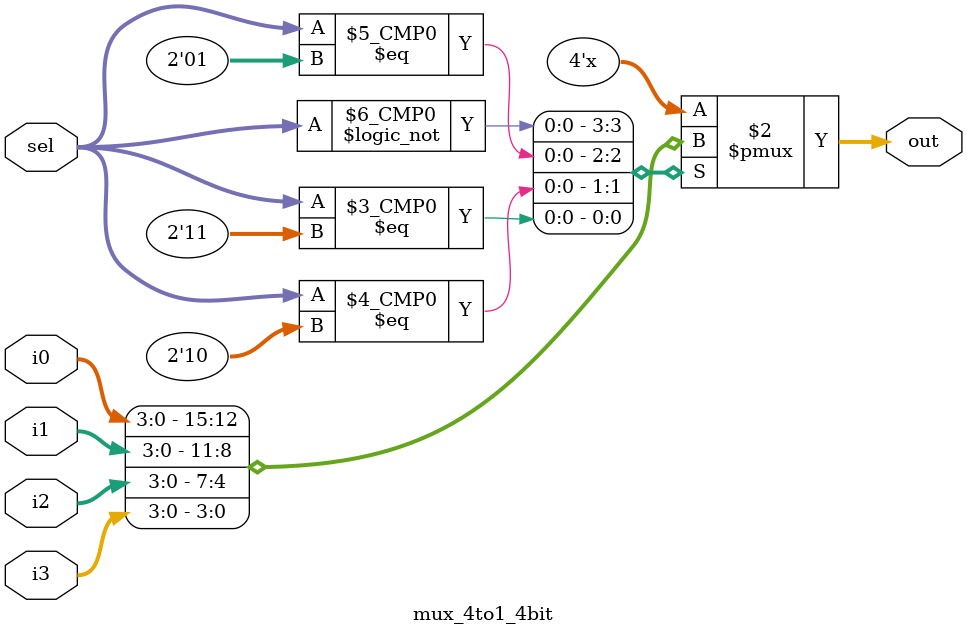
<source format=v>
module mux_4to1_4bit (i0, i1, i2, i3, sel, out);
    input [3:0] i0, i1, i2, i3;
    input [1:0] sel;
    output reg [3:0] out;
    always @(i0 or i1 or i2 or i3 or sel)begin
        case (sel)
            2'b00 : out = i0;
            2'b01 : out = i1;
            2'b10 : out = i2;
            2'b11 : out = i3;
            default: out = 4'bx;
        endcase
    end
endmodule
</source>
